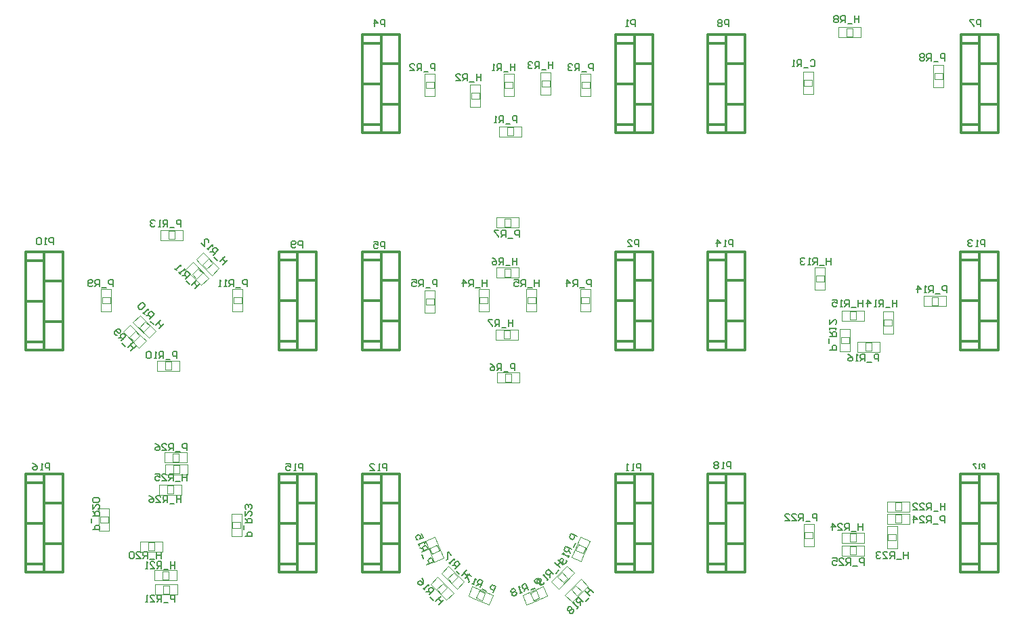
<source format=gbo>
G04*
G04 #@! TF.GenerationSoftware,Altium Limited,Altium Designer,20.0.1 (14)*
G04*
G04 Layer_Color=32896*
%FSTAX24Y24*%
%MOIN*%
G70*
G01*
G75*
%ADD10C,0.0039*%
%ADD12C,0.0079*%
%ADD16C,0.0118*%
D10*
X038624Y018399D02*
X038739Y018677D01*
X038624Y018399D02*
X038994Y018246D01*
X039108Y018523D01*
X038739Y018677D02*
X039108Y018523D01*
X038425Y018049D02*
X038846Y019065D01*
X038425Y018049D02*
X038887Y017858D01*
X038963Y018042D01*
X039308Y018874D01*
X038846Y019065D02*
X039308Y018874D01*
X038695Y016167D02*
X038907Y016379D01*
X038624Y016662D02*
X038907Y016379D01*
X038412Y01645D02*
X038624Y016662D01*
X038412Y01645D02*
X038695Y016167D01*
X038447Y015848D02*
X039225Y016626D01*
X038872Y01698D02*
X039225Y016626D01*
X03873Y016838D02*
X038872Y01698D01*
X038094Y016202D02*
X03873Y016838D01*
X038094Y016202D02*
X038447Y015848D01*
X038016Y016816D02*
X038228Y017028D01*
X037945Y017311D02*
X038228Y017028D01*
X037733Y017099D02*
X037945Y017311D01*
X037733Y017099D02*
X038016Y016816D01*
X037768Y016498D02*
X038546Y017276D01*
X038192Y017629D02*
X038546Y017276D01*
X038051Y017488D02*
X038192Y017629D01*
X037415Y016852D02*
X038051Y017488D01*
X037415Y016852D02*
X037768Y016498D01*
X036397Y016295D02*
X036674Y01641D01*
X036397Y016295D02*
X03655Y015926D01*
X036827Y016041D01*
X036674Y01641D02*
X036827Y016041D01*
X036008Y016189D02*
X037025Y01661D01*
X036008Y016189D02*
X0362Y015727D01*
X036385Y015803D01*
X037216Y016148D01*
X037025Y01661D02*
X037216Y016148D01*
X033883Y01641D02*
X03416Y016295D01*
X03373Y016041D02*
X033883Y01641D01*
X03373Y016041D02*
X034007Y015926D01*
X03416Y016295D01*
X033532Y01661D02*
X034549Y016189D01*
X033341Y016148D02*
X033532Y01661D01*
X033341Y016148D02*
X033526Y016071D01*
X034357Y015727D01*
X034549Y016189D01*
X032319Y017019D02*
X032532Y016806D01*
X032814Y017089D01*
X032602Y017301D02*
X032814Y017089D01*
X032319Y017019D02*
X032602Y017301D01*
X032001Y017266D02*
X032779Y016488D01*
X033133Y016842D01*
X032991Y016983D02*
X033133Y016842D01*
X032355Y01762D02*
X032991Y016983D01*
X032001Y017266D02*
X032355Y01762D01*
X031799Y018657D02*
X031913Y01838D01*
X031429Y018504D02*
X031799Y018657D01*
X031429Y018504D02*
X031544Y018227D01*
X031913Y01838D01*
X031692Y019046D02*
X032113Y018029D01*
X03123Y018854D02*
X031692Y019046D01*
X03123Y018854D02*
X031306Y018669D01*
X031651Y017838D01*
X032113Y018029D01*
X039312Y041146D02*
Y041446D01*
X038912D02*
X039312D01*
X038912Y041146D02*
Y041446D01*
Y041146D02*
X039312D01*
X039362Y040746D02*
Y041846D01*
X038862D02*
X039362D01*
X038862Y041646D02*
Y041846D01*
Y040746D02*
Y041646D01*
Y040746D02*
X039362D01*
X035261Y039213D02*
X035561D01*
X035261Y038813D02*
Y039213D01*
Y038813D02*
X035561D01*
Y039213D01*
X034861Y039263D02*
X035961D01*
X034861Y038763D02*
Y039263D01*
Y038763D02*
X035061D01*
X035961D01*
Y039263D01*
X031235Y041146D02*
Y041446D01*
Y041146D02*
X031635D01*
Y041446D01*
X031235D02*
X031635D01*
X031185Y040746D02*
Y041846D01*
Y040746D02*
X031685D01*
Y040946D01*
Y041846D01*
X031185D02*
X031685D01*
X033879Y040634D02*
Y040934D01*
X033479D02*
X033879D01*
X033479Y040634D02*
Y040934D01*
Y040634D02*
X033879D01*
X033929Y040234D02*
Y041334D01*
X033429D02*
X033929D01*
X033429Y041134D02*
Y041334D01*
Y040234D02*
Y041134D01*
Y040234D02*
X033929D01*
X037344Y041225D02*
Y041525D01*
X036944D02*
X037344D01*
X036944Y041225D02*
Y041525D01*
Y041225D02*
X037344D01*
X037394Y040825D02*
Y041925D01*
X036894D02*
X037394D01*
X036894Y041725D02*
Y041925D01*
Y040825D02*
Y041725D01*
Y040825D02*
X037394D01*
X035533Y041146D02*
Y041446D01*
X035133D02*
X035533D01*
X035133Y041146D02*
Y041446D01*
Y041146D02*
X035533D01*
X035583Y040746D02*
Y041846D01*
X035083D02*
X035583D01*
X035083Y041646D02*
Y041846D01*
Y040746D02*
Y041646D01*
Y040746D02*
X035583D01*
X035155Y026696D02*
X035455D01*
Y027096D01*
X035155D02*
X035455D01*
X035155Y026696D02*
Y027096D01*
X034755Y026646D02*
X035855D01*
Y027146D01*
X035655D02*
X035855D01*
X034755D02*
X035655D01*
X034755Y026646D02*
Y027146D01*
X035096Y029222D02*
X035396D01*
X035096Y028822D02*
Y029222D01*
Y028822D02*
X035396D01*
Y029222D01*
X034696Y029272D02*
X035796D01*
X034696Y028772D02*
Y029272D01*
Y028772D02*
X034896D01*
X035796D01*
Y029272D01*
X038894Y030565D02*
Y030865D01*
Y030565D02*
X039294D01*
Y030865D01*
X038894D02*
X039294D01*
X038844Y030165D02*
Y031265D01*
Y030165D02*
X039344D01*
Y030365D01*
Y031265D01*
X038844D02*
X039344D01*
X036247Y030565D02*
Y030865D01*
Y030565D02*
X036647D01*
Y030865D01*
X036247D02*
X036647D01*
X036197Y030165D02*
Y031265D01*
Y030165D02*
X036697D01*
Y030365D01*
Y031265D01*
X036197D02*
X036697D01*
X035126Y032264D02*
X035426D01*
X035126Y031864D02*
Y032264D01*
Y031864D02*
X035426D01*
Y032264D01*
X034726Y032314D02*
X035826D01*
X034726Y031814D02*
Y032314D01*
Y031814D02*
X034926D01*
X035826D01*
Y032314D01*
X033894Y030565D02*
Y030865D01*
Y030565D02*
X034294D01*
Y030865D01*
X033894D02*
X034294D01*
X033844Y030165D02*
Y031265D01*
Y030165D02*
X034344D01*
Y030365D01*
Y031265D01*
X033844D02*
X034344D01*
X031647Y030496D02*
Y030796D01*
X031247D02*
X031647D01*
X031247Y030496D02*
Y030796D01*
Y030496D02*
X031647D01*
X031697Y030096D02*
Y031196D01*
X031197D02*
X031697D01*
X031197Y030996D02*
Y031196D01*
Y030096D02*
Y030996D01*
Y030096D02*
X031697D01*
X035126Y034334D02*
X035426D01*
Y034734D01*
X035126D02*
X035426D01*
X035126Y034334D02*
Y034734D01*
X034726Y034284D02*
X035826D01*
Y034784D01*
X035626D02*
X035826D01*
X034726D02*
X035626D01*
X034726Y034284D02*
Y034784D01*
X018568Y033716D02*
X018868D01*
Y034116D01*
X018568D02*
X018868D01*
X018568Y033716D02*
Y034116D01*
X018168Y033666D02*
X019268D01*
Y034166D01*
X019068D02*
X019268D01*
X018168D02*
X019068D01*
X018168Y033666D02*
Y034166D01*
X020535Y032746D02*
X020748Y032534D01*
X020253Y032463D02*
X020535Y032746D01*
X020253Y032463D02*
X020465Y032251D01*
X020748Y032534D01*
X020288Y033064D02*
X021066Y032287D01*
X019934Y032711D02*
X020288Y033064D01*
X019934Y032711D02*
X020076Y03257D01*
X020712Y031933D01*
X021066Y032287D01*
X020024Y032264D02*
X020236Y032052D01*
X019741Y031981D02*
X020024Y032264D01*
X019741Y031981D02*
X019953Y031769D01*
X020236Y032052D01*
X019776Y032582D02*
X020554Y031804D01*
X019423Y032229D02*
X019776Y032582D01*
X019423Y032229D02*
X019564Y032087D01*
X0202Y031451D01*
X020554Y031804D01*
X01666Y0289D02*
X016872Y028688D01*
X017155Y028971D01*
X016943Y029183D02*
X017155Y028971D01*
X01666Y0289D02*
X016943Y029183D01*
X016342Y029148D02*
X01712Y02837D01*
X017473Y028724D01*
X017332Y028865D02*
X017473Y028724D01*
X016695Y029502D02*
X017332Y028865D01*
X016342Y029148D02*
X016695Y029502D01*
X017142Y029373D02*
X017354Y029161D01*
X017637Y029444D01*
X017425Y029656D02*
X017637Y029444D01*
X017142Y029373D02*
X017425Y029656D01*
X016824Y02962D02*
X017602Y028843D01*
X017955Y029196D01*
X017814Y029338D02*
X017955Y029196D01*
X017178Y029974D02*
X017814Y029338D01*
X016824Y02962D02*
X017178Y029974D01*
X018431Y027679D02*
X018731D01*
X018431Y027279D02*
Y027679D01*
Y027279D02*
X018731D01*
Y027679D01*
X018031Y027729D02*
X019131D01*
X018031Y027229D02*
Y027729D01*
Y027229D02*
X018231D01*
X019131D01*
Y027729D01*
X053991Y018902D02*
Y019202D01*
Y018902D02*
X054391D01*
Y019202D01*
X053991D02*
X054391D01*
X053941Y018502D02*
Y019602D01*
Y018502D02*
X054441D01*
Y018702D01*
Y019602D01*
X053941D02*
X054441D01*
X054356Y019757D02*
X054656D01*
Y020157D01*
X054356D02*
X054656D01*
X054356Y019757D02*
Y020157D01*
X053956Y019707D02*
X055056D01*
Y020207D01*
X054856D02*
X055056D01*
X053956D02*
X054856D01*
X053956Y019707D02*
Y020207D01*
X054356Y020748D02*
X054656D01*
X054356Y020348D02*
Y020748D01*
Y020348D02*
X054656D01*
Y020748D01*
X053956Y020798D02*
X055056D01*
X053956Y020298D02*
Y020798D01*
Y020298D02*
X054156D01*
X055056D01*
Y020798D01*
X052112Y018583D02*
X052412D01*
X052112Y018183D02*
Y018583D01*
Y018183D02*
X052412D01*
Y018583D01*
X051712Y018633D02*
X052812D01*
X051712Y018133D02*
Y018633D01*
Y018133D02*
X051912D01*
X052812D01*
Y018633D01*
X052112Y018813D02*
X052412D01*
Y019213D01*
X052112D02*
X052412D01*
X052112Y018813D02*
Y019213D01*
X051712Y018763D02*
X052812D01*
Y019263D01*
X052612D02*
X052812D01*
X051712D02*
X052612D01*
X051712Y018763D02*
Y019263D01*
X049896Y018981D02*
Y019281D01*
Y018981D02*
X050296D01*
Y019281D01*
X049896D02*
X050296D01*
X049846Y018581D02*
Y019681D01*
Y018581D02*
X050346D01*
Y018781D01*
Y019681D01*
X049846D02*
X050346D01*
X056167Y030466D02*
X056467D01*
Y030866D01*
X056167D02*
X056467D01*
X056167Y030466D02*
Y030866D01*
X055767Y030416D02*
X056867D01*
Y030916D01*
X056667D02*
X056867D01*
X055767D02*
X056667D01*
X055767Y030416D02*
Y030916D01*
X053794Y029453D02*
Y029753D01*
Y029453D02*
X054194D01*
Y029753D01*
X053794D02*
X054194D01*
X053744Y029053D02*
Y030153D01*
Y029053D02*
X054244D01*
Y029253D01*
Y030153D01*
X053744D02*
X054244D01*
X052899Y028622D02*
X053199D01*
X052899Y028222D02*
Y028622D01*
Y028222D02*
X053199D01*
Y028622D01*
X052499Y028672D02*
X053599D01*
X052499Y028172D02*
Y028672D01*
Y028172D02*
X052699D01*
X053599D01*
Y028672D01*
X051668Y028587D02*
Y028887D01*
Y028587D02*
X052068D01*
Y028887D01*
X051668D02*
X052068D01*
X051618Y028187D02*
Y029287D01*
Y028187D02*
X052118D01*
Y028387D01*
Y029287D01*
X051618D02*
X052118D01*
X052112Y030157D02*
X052412D01*
X052112Y029757D02*
Y030157D01*
Y029757D02*
X052412D01*
Y030157D01*
X051712Y030207D02*
X052812D01*
X051712Y029707D02*
Y030207D01*
Y029707D02*
X051912D01*
X052812D01*
Y030207D01*
X050448Y031619D02*
Y031919D01*
Y031619D02*
X050848D01*
Y031919D01*
X050448D02*
X050848D01*
X050398Y031219D02*
Y032319D01*
Y031219D02*
X050898D01*
Y031419D01*
Y032319D01*
X050398D02*
X050898D01*
X049857Y041264D02*
Y041564D01*
Y041264D02*
X050257D01*
Y041564D01*
X049857D02*
X050257D01*
X049807Y040864D02*
Y041964D01*
Y040864D02*
X050307D01*
Y041064D01*
Y041964D01*
X049807D02*
X050307D01*
X051954Y044094D02*
X052254D01*
X051954Y043694D02*
Y044094D01*
Y043694D02*
X052254D01*
Y044094D01*
X051554Y044144D02*
X052654D01*
X051554Y043644D02*
Y044144D01*
Y043644D02*
X051754D01*
X052654D01*
Y044144D01*
X021776Y030548D02*
Y030848D01*
Y030548D02*
X022176D01*
Y030848D01*
X021776D02*
X022176D01*
X021726Y030148D02*
Y031248D01*
Y030148D02*
X022226D01*
Y030348D01*
Y031248D01*
X021726D02*
X022226D01*
X056224Y042279D02*
X056724D01*
Y041379D02*
Y042279D01*
Y041179D02*
Y041379D01*
X056224Y041179D02*
X056724D01*
X056224D02*
Y042279D01*
X056274Y041879D02*
X056674D01*
Y041579D02*
Y041879D01*
X056274Y041579D02*
X056674D01*
X056274D02*
Y041879D01*
X03147Y016725D02*
X031823Y017078D01*
X03246Y016442D01*
X032601Y0163D01*
X032248Y015947D02*
X032601Y0163D01*
X03147Y016725D02*
X032248Y015947D01*
X031788Y016477D02*
X032071Y01676D01*
X032283Y016548D01*
X032Y016265D02*
X032283Y016548D01*
X031788Y016477D02*
X032Y016265D01*
X018397Y022719D02*
Y023219D01*
X019297D01*
X019497D01*
Y022719D02*
Y023219D01*
X018397Y022719D02*
X019497D01*
X018797Y022769D02*
Y023169D01*
X019097D01*
Y022769D02*
Y023169D01*
X018797Y022769D02*
X019097D01*
X019507Y022139D02*
Y022639D01*
X018607Y022139D02*
X019507D01*
X018407D02*
X018607D01*
X018407D02*
Y022639D01*
X019507D01*
X019107Y022189D02*
Y022589D01*
X018807Y022189D02*
X019107D01*
X018807D02*
Y022589D01*
X019107D01*
X019211Y021125D02*
X019211Y021625D01*
X018311Y021125D02*
X019211Y021125D01*
X018111Y021125D02*
X018311Y021125D01*
X018111Y021125D02*
Y021625D01*
X019211Y021625D01*
X018811Y021175D02*
Y021575D01*
X018511Y021175D02*
X018811D01*
X018511D02*
Y021575D01*
X018811D01*
X021669Y019083D02*
X022169D01*
X021669D02*
Y019983D01*
Y020183D01*
X022169D01*
Y019083D02*
Y020183D01*
X021719Y019483D02*
X022119D01*
X021719D02*
Y019783D01*
X022119D01*
Y019483D02*
Y019783D01*
X017186Y018339D02*
Y018839D01*
X018086Y018839D01*
X018286Y018839D01*
Y018339D02*
Y018839D01*
X017186Y018339D02*
X018286Y018339D01*
X017586Y018789D02*
X017586Y018389D01*
X017586Y018789D02*
X017886D01*
X017886Y018389D01*
X017586D02*
X017886D01*
X019015Y016223D02*
X019015Y016723D01*
X018115Y016223D02*
X019015D01*
X017915D02*
X018115D01*
X017915Y016723D02*
X017915Y016223D01*
X017915Y016723D02*
X019015D01*
X018615Y016273D02*
Y016673D01*
X018315Y016273D02*
X018615D01*
X018315D02*
Y016673D01*
X018615D01*
X015163Y020448D02*
X015663D01*
Y019548D02*
Y020448D01*
Y019348D02*
Y019548D01*
X015163Y019348D02*
X015663D01*
X015163D02*
Y020448D01*
X015213Y020048D02*
X015613D01*
Y019748D02*
Y020048D01*
X015213Y019748D02*
X015613D01*
X015213D02*
Y020048D01*
X017895Y017412D02*
X017895Y016912D01*
X017895Y017412D02*
X018795D01*
X018995Y017412D01*
Y016912D02*
Y017412D01*
X017895Y016912D02*
X018995Y016912D01*
X018295Y016962D02*
Y017362D01*
X018595D01*
Y016962D02*
Y017362D01*
X018295Y016962D02*
X018595D01*
X01526Y030148D02*
X01576D01*
X01526D02*
Y031048D01*
Y031248D01*
X01576D01*
Y030148D02*
Y031248D01*
X01531Y030548D02*
X01571D01*
X01531D02*
Y030848D01*
X01571D01*
Y030548D02*
Y030848D01*
D12*
X052815Y017674D02*
Y018009D01*
X052648D01*
X052592Y017953D01*
Y017841D01*
X052648Y017786D01*
X052815D01*
X05248Y017618D02*
X052257D01*
X052146Y017674D02*
Y018009D01*
X051979D01*
X051923Y017953D01*
Y017841D01*
X051979Y017786D01*
X052146D01*
X052034D02*
X051923Y017674D01*
X051588D02*
X051811D01*
X051588Y017897D01*
Y017953D01*
X051644Y018009D01*
X051756D01*
X051811Y017953D01*
X051254Y018009D02*
X051477D01*
Y017841D01*
X051365Y017897D01*
X05131D01*
X051254Y017841D01*
Y01773D01*
X05131Y017674D01*
X051421D01*
X051477Y01773D01*
X056772Y019751D02*
Y020085D01*
X056604D01*
X056549Y02003D01*
Y019918D01*
X056604Y019862D01*
X056772D01*
X056437Y019695D02*
X056214D01*
X056103Y019751D02*
Y020085D01*
X055935D01*
X05588Y02003D01*
Y019918D01*
X055935Y019862D01*
X056103D01*
X055991D02*
X05588Y019751D01*
X055545D02*
X055768D01*
X055545Y019974D01*
Y02003D01*
X055601Y020085D01*
X055712D01*
X055768Y02003D01*
X055266Y019751D02*
Y020085D01*
X055434Y019918D01*
X05521D01*
X050492Y019869D02*
Y020203D01*
X050325D01*
X050269Y020148D01*
Y020036D01*
X050325Y01998D01*
X050492D01*
X050158Y019813D02*
X049935D01*
X049823Y019869D02*
Y020203D01*
X049656D01*
X0496Y020148D01*
Y020036D01*
X049656Y01998D01*
X049823D01*
X049712D02*
X0496Y019869D01*
X049265D02*
X049489D01*
X049265Y020092D01*
Y020148D01*
X049321Y020203D01*
X049433D01*
X049489Y020148D01*
X048931Y019869D02*
X049154D01*
X048931Y020092D01*
Y020148D01*
X048987Y020203D01*
X049098D01*
X049154Y020148D01*
X053524Y027713D02*
Y028048D01*
X053356D01*
X053301Y027992D01*
Y027881D01*
X053356Y027825D01*
X053524D01*
X053189Y027658D02*
X052966D01*
X052855Y027713D02*
Y028048D01*
X052687D01*
X052632Y027992D01*
Y027881D01*
X052687Y027825D01*
X052855D01*
X052743D02*
X052632Y027713D01*
X05252D02*
X052408D01*
X052464D01*
Y028048D01*
X05252Y027992D01*
X052018Y028048D02*
X05213Y027992D01*
X052241Y027881D01*
Y027769D01*
X052185Y027713D01*
X052074D01*
X052018Y027769D01*
Y027825D01*
X052074Y027881D01*
X052241D01*
X05689Y031089D02*
Y031424D01*
X056722D01*
X056667Y031368D01*
Y031257D01*
X056722Y031201D01*
X05689D01*
X056555Y031034D02*
X056332D01*
X056221Y031089D02*
Y031424D01*
X056053D01*
X055998Y031368D01*
Y031257D01*
X056053Y031201D01*
X056221D01*
X056109D02*
X055998Y031089D01*
X055886D02*
X055775D01*
X05583D01*
Y031424D01*
X055886Y031368D01*
X05544Y031089D02*
Y031424D01*
X055607Y031257D01*
X055384D01*
X051132Y028255D02*
X051466D01*
Y028422D01*
X051411Y028478D01*
X051299D01*
X051243Y028422D01*
Y028255D01*
X051076Y028589D02*
Y028812D01*
X051132Y028924D02*
X051466D01*
Y029091D01*
X051411Y029147D01*
X051299D01*
X051243Y029091D01*
Y028924D01*
Y029035D02*
X051132Y029147D01*
Y029258D02*
Y02937D01*
Y029314D01*
X051466D01*
X051411Y029258D01*
X051132Y02976D02*
Y029537D01*
X051355Y02976D01*
X051411D01*
X051466Y029704D01*
Y029593D01*
X051411Y029537D01*
X056791Y042507D02*
Y042841D01*
X056624D01*
X056568Y042785D01*
Y042674D01*
X056624Y042618D01*
X056791D01*
X056457Y042451D02*
X056234D01*
X056122Y042507D02*
Y042841D01*
X055955D01*
X055899Y042785D01*
Y042674D01*
X055955Y042618D01*
X056122D01*
X056011D02*
X055899Y042507D01*
X055788Y042785D02*
X055732Y042841D01*
X05562D01*
X055565Y042785D01*
Y04273D01*
X05562Y042674D01*
X055565Y042618D01*
Y042562D01*
X05562Y042507D01*
X055732D01*
X055788Y042562D01*
Y042618D01*
X055732Y042674D01*
X055788Y04273D01*
Y042785D01*
X055732Y042674D02*
X05562D01*
X039469Y042015D02*
Y042349D01*
X039301D01*
X039245Y042293D01*
Y042182D01*
X039301Y042126D01*
X039469D01*
X039134Y041959D02*
X038911D01*
X038799Y042015D02*
Y042349D01*
X038632D01*
X038576Y042293D01*
Y042182D01*
X038632Y042126D01*
X038799D01*
X038688D02*
X038576Y042015D01*
X038465Y042293D02*
X038409Y042349D01*
X038298D01*
X038242Y042293D01*
Y042238D01*
X038298Y042182D01*
X038353D01*
X038298D01*
X038242Y042126D01*
Y04207D01*
X038298Y042015D01*
X038409D01*
X038465Y04207D01*
X031693Y042015D02*
Y042349D01*
X031526D01*
X03147Y042293D01*
Y042182D01*
X031526Y042126D01*
X031693D01*
X031358Y041959D02*
X031135D01*
X031024Y042015D02*
Y042349D01*
X030857D01*
X030801Y042293D01*
Y042182D01*
X030857Y042126D01*
X031024D01*
X030912D02*
X030801Y042015D01*
X030466D02*
X030689D01*
X030466Y042238D01*
Y042293D01*
X030522Y042349D01*
X030634D01*
X030689Y042293D01*
X035728Y039456D02*
Y03979D01*
X035561D01*
X035505Y039734D01*
Y039623D01*
X035561Y039567D01*
X035728D01*
X035394Y0394D02*
X035171D01*
X035059Y039456D02*
Y03979D01*
X034892D01*
X034836Y039734D01*
Y039623D01*
X034892Y039567D01*
X035059D01*
X034948D02*
X034836Y039456D01*
X034725D02*
X034613D01*
X034669D01*
Y03979D01*
X034725Y039734D01*
X04626Y022428D02*
Y022762D01*
X046093D01*
X046037Y022707D01*
Y022595D01*
X046093Y022539D01*
X04626D01*
X045925Y022428D02*
X045814D01*
X04587D01*
Y022762D01*
X045925Y022707D01*
X045647D02*
X045591Y022762D01*
X045479D01*
X045423Y022707D01*
Y022651D01*
X045479Y022595D01*
X045423Y022539D01*
Y022484D01*
X045479Y022428D01*
X045591D01*
X045647Y022484D01*
Y022539D01*
X045591Y022595D01*
X045647Y022651D01*
Y022707D01*
X045591Y022595D02*
X045479D01*
X05876Y022428D02*
Y022664D01*
X058642D01*
X058602Y022625D01*
Y022546D01*
X058642Y022507D01*
X05876D01*
X058524Y022428D02*
X058445D01*
X058484D01*
Y022664D01*
X058524Y022625D01*
X058327Y022664D02*
X058169D01*
Y022625D01*
X058327Y022467D01*
Y022428D01*
X046358Y033353D02*
Y033688D01*
X046191D01*
X046135Y033632D01*
Y03352D01*
X046191Y033465D01*
X046358D01*
X046024Y033353D02*
X045912D01*
X045968D01*
Y033688D01*
X046024Y033632D01*
X045578Y033353D02*
Y033688D01*
X045745Y03352D01*
X045522D01*
X05876Y033353D02*
Y033688D01*
X058593D01*
X058537Y033632D01*
Y03352D01*
X058593Y033465D01*
X05876D01*
X058425Y033353D02*
X058314D01*
X05837D01*
Y033688D01*
X058425Y033632D01*
X058147D02*
X058091Y033688D01*
X057979D01*
X057923Y033632D01*
Y033576D01*
X057979Y03352D01*
X058035D01*
X057979D01*
X057923Y033465D01*
Y033409D01*
X057979Y033353D01*
X058091D01*
X058147Y033409D01*
X046161Y04418D02*
Y044514D01*
X045994D01*
X045938Y044459D01*
Y044347D01*
X045994Y044291D01*
X046161D01*
X045827Y044459D02*
X045771Y044514D01*
X04566D01*
X045604Y044459D01*
Y044403D01*
X04566Y044347D01*
X045604Y044291D01*
Y044236D01*
X04566Y04418D01*
X045771D01*
X045827Y044236D01*
Y044291D01*
X045771Y044347D01*
X045827Y044403D01*
Y044459D01*
X045771Y044347D02*
X04566D01*
X058563Y04418D02*
Y044514D01*
X058396D01*
X05834Y044459D01*
Y044347D01*
X058396Y044291D01*
X058563D01*
X058228Y044514D02*
X058005D01*
Y044459D01*
X058228Y044236D01*
Y04418D01*
X029232D02*
Y044514D01*
X029065D01*
X029009Y044459D01*
Y044347D01*
X029065Y044291D01*
X029232D01*
X02873Y04418D02*
Y044514D01*
X028898Y044347D01*
X028675D01*
X041535Y04418D02*
Y044514D01*
X041368D01*
X041312Y044459D01*
Y044347D01*
X041368Y044291D01*
X041535D01*
X041201Y04418D02*
X041089D01*
X041145D01*
Y044514D01*
X041201Y044459D01*
X052756Y019711D02*
Y019377D01*
Y019544D01*
X052533D01*
Y019711D01*
Y019377D01*
X052421Y019321D02*
X052198D01*
X052087Y019377D02*
Y019711D01*
X05192D01*
X051864Y019656D01*
Y019544D01*
X05192Y019488D01*
X052087D01*
X051975D02*
X051864Y019377D01*
X051529D02*
X051752D01*
X051529Y0196D01*
Y019656D01*
X051585Y019711D01*
X051697D01*
X051752Y019656D01*
X05125Y019377D02*
Y019711D01*
X051418Y019544D01*
X051195D01*
X05497Y018333D02*
Y017999D01*
Y018166D01*
X054747D01*
Y018333D01*
Y017999D01*
X054636Y017943D02*
X054413D01*
X054301Y017999D02*
Y018333D01*
X054134D01*
X054078Y018278D01*
Y018166D01*
X054134Y01811D01*
X054301D01*
X05419D02*
X054078Y017999D01*
X053744D02*
X053967D01*
X053744Y018222D01*
Y018278D01*
X0538Y018333D01*
X053911D01*
X053967Y018278D01*
X053632D02*
X053577Y018333D01*
X053465D01*
X053409Y018278D01*
Y018222D01*
X053465Y018166D01*
X053521D01*
X053465D01*
X053409Y01811D01*
Y018055D01*
X053465Y017999D01*
X053577D01*
X053632Y018055D01*
X056791Y020715D02*
Y020381D01*
Y020548D01*
X056568D01*
Y020715D01*
Y020381D01*
X056457Y020325D02*
X056234D01*
X056122Y020381D02*
Y020715D01*
X055955D01*
X055899Y020659D01*
Y020548D01*
X055955Y020492D01*
X056122D01*
X056011D02*
X055899Y020381D01*
X055565D02*
X055788D01*
X055565Y020604D01*
Y020659D01*
X05562Y020715D01*
X055732D01*
X055788Y020659D01*
X05523Y020381D02*
X055453D01*
X05523Y020604D01*
Y020659D01*
X055286Y020715D01*
X055397D01*
X055453Y020659D01*
X052756Y030735D02*
Y0304D01*
Y030568D01*
X052533D01*
Y030735D01*
Y0304D01*
X052421Y030345D02*
X052198D01*
X052087Y0304D02*
Y030735D01*
X05192D01*
X051864Y030679D01*
Y030568D01*
X05192Y030512D01*
X052087D01*
X051975D02*
X051864Y0304D01*
X051752D02*
X051641D01*
X051697D01*
Y030735D01*
X051752Y030679D01*
X05125Y030735D02*
X051474D01*
Y030568D01*
X051362Y030623D01*
X051306D01*
X05125Y030568D01*
Y030456D01*
X051306Y0304D01*
X051418D01*
X051474Y030456D01*
X054429Y030735D02*
Y0304D01*
Y030568D01*
X054206D01*
Y030735D01*
Y0304D01*
X054095Y030345D02*
X053872D01*
X05376Y0304D02*
Y030735D01*
X053593D01*
X053537Y030679D01*
Y030568D01*
X053593Y030512D01*
X05376D01*
X053649D02*
X053537Y0304D01*
X053426D02*
X053314D01*
X05337D01*
Y030735D01*
X053426Y030679D01*
X052979Y0304D02*
Y030735D01*
X053147Y030568D01*
X052924D01*
X051181Y032802D02*
Y032467D01*
Y032635D01*
X050958D01*
Y032802D01*
Y032467D01*
X050847Y032412D02*
X050624D01*
X050512Y032467D02*
Y032802D01*
X050345D01*
X050289Y032746D01*
Y032635D01*
X050345Y032579D01*
X050512D01*
X050401D02*
X050289Y032467D01*
X050177D02*
X050066D01*
X050122D01*
Y032802D01*
X050177Y032746D01*
X049899D02*
X049843Y032802D01*
X049731D01*
X049676Y032746D01*
Y03269D01*
X049731Y032635D01*
X049787D01*
X049731D01*
X049676Y032579D01*
Y032523D01*
X049731Y032467D01*
X049843D01*
X049899Y032523D01*
X052559Y044711D02*
Y044377D01*
Y044544D01*
X052336D01*
Y044711D01*
Y044377D01*
X052225Y044321D02*
X052001D01*
X05189Y044377D02*
Y044711D01*
X051723D01*
X051667Y044656D01*
Y044544D01*
X051723Y044488D01*
X05189D01*
X051778D02*
X051667Y044377D01*
X051555Y044656D02*
X0515Y044711D01*
X051388D01*
X051332Y044656D01*
Y0446D01*
X051388Y044544D01*
X051332Y044488D01*
Y044433D01*
X051388Y044377D01*
X0515D01*
X051555Y044433D01*
Y044488D01*
X0515Y044544D01*
X051555Y0446D01*
Y044656D01*
X0515Y044544D02*
X051388D01*
X0375Y042448D02*
Y042113D01*
Y04228D01*
X037277D01*
Y042448D01*
Y042113D01*
X037165Y042057D02*
X036942D01*
X036831Y042113D02*
Y042448D01*
X036664D01*
X036608Y042392D01*
Y04228D01*
X036664Y042224D01*
X036831D01*
X036719D02*
X036608Y042113D01*
X036496Y042392D02*
X036441Y042448D01*
X036329D01*
X036273Y042392D01*
Y042336D01*
X036329Y04228D01*
X036385D01*
X036329D01*
X036273Y042224D01*
Y042169D01*
X036329Y042113D01*
X036441D01*
X036496Y042169D01*
X033957Y041857D02*
Y041522D01*
Y04169D01*
X033734D01*
Y041857D01*
Y041522D01*
X033622Y041467D02*
X033399D01*
X033288Y041522D02*
Y041857D01*
X03312D01*
X033065Y041801D01*
Y04169D01*
X03312Y041634D01*
X033288D01*
X033176D02*
X033065Y041522D01*
X03273D02*
X032953D01*
X03273Y041745D01*
Y041801D01*
X032786Y041857D01*
X032897D01*
X032953Y041801D01*
X03563Y042349D02*
Y042015D01*
Y042182D01*
X035407D01*
Y042349D01*
Y042015D01*
X035295Y041959D02*
X035072D01*
X034961Y042015D02*
Y042349D01*
X034794D01*
X034738Y042293D01*
Y042182D01*
X034794Y042126D01*
X034961D01*
X034849D02*
X034738Y042015D01*
X034626D02*
X034515D01*
X034571D01*
Y042349D01*
X034626Y042293D01*
X050171Y04249D02*
X050226Y042546D01*
X050338D01*
X050394Y04249D01*
Y042267D01*
X050338Y042211D01*
X050226D01*
X050171Y042267D01*
X050059Y042156D02*
X049836D01*
X049725Y042211D02*
Y042546D01*
X049557D01*
X049502Y04249D01*
Y042379D01*
X049557Y042323D01*
X049725D01*
X049613D02*
X049502Y042211D01*
X04939D02*
X049279D01*
X049334D01*
Y042546D01*
X04939Y04249D01*
X038681Y019081D02*
X038372Y01921D01*
X038308Y019055D01*
X038338Y018982D01*
X038441Y018939D01*
X038514Y01897D01*
X038578Y019124D01*
X038605Y018751D02*
X038519Y018545D01*
X038425Y018463D02*
X038116Y018591D01*
X038052Y018437D01*
X038082Y018364D01*
X038185Y018321D01*
X038258Y018351D01*
X038322Y018506D01*
X038279Y018403D02*
X03834Y018257D01*
X038297Y018154D02*
X038254Y018051D01*
X038276Y018103D01*
X037967Y018231D01*
X038039Y018261D01*
X038139Y017918D02*
X038169Y017845D01*
X038126Y017742D01*
X038053Y017712D01*
X037847Y017797D01*
X037817Y01787D01*
X03786Y017973D01*
X037933Y018003D01*
X037984Y017982D01*
X038014Y017909D01*
X03795Y017755D01*
X036909Y016719D02*
X036781Y017028D01*
X036627Y016964D01*
X036597Y016891D01*
X036639Y016788D01*
X036712Y016758D01*
X036867Y016822D01*
X036622Y01654D02*
X036416Y016454D01*
X036291Y016463D02*
X036163Y016772D01*
X036009Y016708D01*
X035979Y016635D01*
X036021Y016532D01*
X036094Y016502D01*
X036249Y016566D01*
X036146Y016524D02*
X036085Y016378D01*
X035982Y016335D02*
X035879Y016293D01*
X035931Y016314D01*
X035803Y016623D01*
X035876Y016593D01*
X035618Y016486D02*
X035545Y016516D01*
X035442Y016474D01*
X035412Y016401D01*
X035433Y016349D01*
X035506Y016319D01*
X035476Y016246D01*
X035497Y016195D01*
X03557Y016165D01*
X035673Y016207D01*
X035703Y01628D01*
X035682Y016332D01*
X035609Y016362D01*
X035639Y016435D01*
X035618Y016486D01*
X035609Y016362D02*
X035506Y016319D01*
X034547Y016326D02*
X034675Y016635D01*
X034521Y016699D01*
X034448Y016668D01*
X034405Y016565D01*
X034435Y016493D01*
X03459Y016429D01*
X034217Y016402D02*
X034011Y016487D01*
X033929Y016582D02*
X034057Y016891D01*
X033903Y016955D01*
X03383Y016925D01*
X033787Y016822D01*
X033817Y016749D01*
X033972Y016685D01*
X033869Y016727D02*
X033723Y016667D01*
X03362Y01671D02*
X033517Y016752D01*
X033569Y016731D01*
X033697Y01704D01*
X033727Y016967D01*
X03349Y017125D02*
X033284Y017211D01*
X033263Y017159D01*
X033384Y016868D01*
X033362Y016816D01*
X031299Y017704D02*
X031608Y017832D01*
X031544Y017986D01*
X031471Y018016D01*
X031368Y017974D01*
X031338Y017901D01*
X031402Y017746D01*
X03112Y017991D02*
X031034Y018197D01*
X031043Y018322D02*
X031352Y01845D01*
X031288Y018604D01*
X031215Y018634D01*
X031112Y018592D01*
X031082Y018519D01*
X031146Y018364D01*
X031104Y018467D02*
X030958Y018528D01*
X030915Y018631D02*
X030872Y018734D01*
X030894Y018682D01*
X031203Y01881D01*
X031173Y018737D01*
X031032Y019222D02*
X031118Y019016D01*
X030963Y018952D01*
X030972Y019077D01*
X030951Y019128D01*
X030878Y019158D01*
X030775Y019116D01*
X030744Y019043D01*
X030787Y01894D01*
X03086Y01891D01*
X035837Y033816D02*
Y03415D01*
X035669D01*
X035614Y034095D01*
Y033983D01*
X035669Y033927D01*
X035837D01*
X035502Y03376D02*
X035279D01*
X035168Y033816D02*
Y03415D01*
X035D01*
X034945Y034095D01*
Y033983D01*
X035Y033927D01*
X035168D01*
X035056D02*
X034945Y033816D01*
X034833Y03415D02*
X03461D01*
Y034095D01*
X034833Y033872D01*
Y033816D01*
X03563Y027251D02*
Y027585D01*
X035463D01*
X035407Y02753D01*
Y027418D01*
X035463Y027362D01*
X03563D01*
X035295Y027195D02*
X035072D01*
X034961Y027251D02*
Y027585D01*
X034794D01*
X034738Y02753D01*
Y027418D01*
X034794Y027362D01*
X034961D01*
X034849D02*
X034738Y027251D01*
X034403Y027585D02*
X034515Y02753D01*
X034626Y027418D01*
Y027307D01*
X034571Y027251D01*
X034459D01*
X034403Y027307D01*
Y027362D01*
X034459Y027418D01*
X034626D01*
X031791Y031385D02*
Y031719D01*
X031624D01*
X031568Y031663D01*
Y031552D01*
X031624Y031496D01*
X031791D01*
X031457Y031329D02*
X031234D01*
X031122Y031385D02*
Y031719D01*
X030955D01*
X030899Y031663D01*
Y031552D01*
X030955Y031496D01*
X031122D01*
X031011D02*
X030899Y031385D01*
X030565Y031719D02*
X030788D01*
Y031552D01*
X030676Y031608D01*
X03062D01*
X030565Y031552D01*
Y03144D01*
X03062Y031385D01*
X030732D01*
X030788Y03144D01*
X03937Y031385D02*
Y031719D01*
X039203D01*
X039147Y031663D01*
Y031552D01*
X039203Y031496D01*
X03937D01*
X039036Y031329D02*
X038813D01*
X038701Y031385D02*
Y031719D01*
X038534D01*
X038478Y031663D01*
Y031552D01*
X038534Y031496D01*
X038701D01*
X038589D02*
X038478Y031385D01*
X038199D02*
Y031719D01*
X038366Y031552D01*
X038143D01*
X029331Y02233D02*
Y022664D01*
X029163D01*
X029108Y022608D01*
Y022497D01*
X029163Y022441D01*
X029331D01*
X028996Y02233D02*
X028885D01*
X02894D01*
Y022664D01*
X028996Y022608D01*
X028494Y02233D02*
X028717D01*
X028494Y022553D01*
Y022608D01*
X02855Y022664D01*
X028662D01*
X028717Y022608D01*
X041831Y02233D02*
Y022664D01*
X041663D01*
X041608Y022608D01*
Y022497D01*
X041663Y022441D01*
X041831D01*
X041496Y02233D02*
X041385D01*
X04144D01*
Y022664D01*
X041496Y022608D01*
X041217Y02233D02*
X041106D01*
X041162D01*
Y022664D01*
X041217Y022608D01*
X029232Y033255D02*
Y033589D01*
X029065D01*
X029009Y033534D01*
Y033422D01*
X029065Y033366D01*
X029232D01*
X028675Y033589D02*
X028898D01*
Y033422D01*
X028786Y033478D01*
X02873D01*
X028675Y033422D01*
Y03331D01*
X02873Y033255D01*
X028842D01*
X028898Y03331D01*
X041732Y033353D02*
Y033688D01*
X041565D01*
X041509Y033632D01*
Y03352D01*
X041565Y033465D01*
X041732D01*
X041175Y033353D02*
X041398D01*
X041175Y033576D01*
Y033632D01*
X04123Y033688D01*
X041342D01*
X041398Y033632D01*
X037756Y01794D02*
X037992Y017704D01*
X037874Y017822D01*
X037716Y017664D01*
X037598Y017782D01*
X037834Y017546D01*
X037795Y017428D02*
X037637Y01727D01*
X037519Y01723D02*
X037282Y017467D01*
X037164Y017349D01*
Y01727D01*
X037243Y017191D01*
X037322D01*
X03744Y017309D01*
X037361Y01723D02*
Y017073D01*
X037282Y016994D02*
X037204Y016915D01*
X037243Y016954D01*
X037006Y017191D01*
X037085D01*
X037046Y016836D02*
Y016757D01*
X036967Y016678D01*
X036888D01*
X03673Y016836D01*
Y016915D01*
X036809Y016994D01*
X036888D01*
X036928Y016954D01*
Y016876D01*
X036809Y016757D01*
X039232Y016562D02*
X039469Y016326D01*
X03935Y016444D01*
X039193Y016286D01*
X039074Y016404D01*
X039311Y016168D01*
X039271Y01605D02*
X039114Y015892D01*
X038995Y015852D02*
X038759Y016089D01*
X038641Y015971D01*
Y015892D01*
X038719Y015813D01*
X038798D01*
X038917Y015931D01*
X038838Y015852D02*
Y015695D01*
X038759Y015616D02*
X03868Y015537D01*
X038719Y015576D01*
X038483Y015813D01*
X038562D01*
X038365Y015616D02*
X038286D01*
X038207Y015537D01*
Y015458D01*
X038246Y015419D01*
X038325D01*
Y01534D01*
X038365Y015301D01*
X038443D01*
X038522Y015379D01*
Y015458D01*
X038483Y015498D01*
X038404D01*
Y015576D01*
X038365Y015616D01*
X038404Y015498D02*
X038325Y015419D01*
X033406Y017251D02*
X033169Y017015D01*
X033288Y017133D01*
X03313Y017291D01*
X033248Y017409D01*
X033012Y017172D01*
X032893Y017212D02*
X032736Y017369D01*
X032696Y017488D02*
X032933Y017724D01*
X032814Y017843D01*
X032736D01*
X032657Y017764D01*
Y017685D01*
X032775Y017567D01*
X032696Y017645D02*
X032538D01*
X03246Y017724D02*
X032381Y017803D01*
X03242Y017764D01*
X032657Y018D01*
Y017921D01*
X032499Y018158D02*
X032341Y018316D01*
X032302Y018276D01*
Y017961D01*
X032262Y017921D01*
X032126Y015972D02*
X03189Y015735D01*
X032008Y015853D01*
X03185Y016011D01*
X031969Y016129D01*
X031732Y015893D01*
X031614Y015932D02*
X031456Y01609D01*
X031417Y016208D02*
X031653Y016445D01*
X031535Y016563D01*
X031456D01*
X031377Y016484D01*
Y016405D01*
X031496Y016287D01*
X031417Y016366D02*
X031259D01*
X03118Y016445D02*
X031101Y016524D01*
X031141Y016484D01*
X031377Y016721D01*
Y016642D01*
X031062Y017036D02*
X031101Y016918D01*
Y01676D01*
X031022Y016681D01*
X030944D01*
X030865Y01676D01*
Y016839D01*
X030904Y016878D01*
X030983D01*
X031101Y01676D01*
X035531Y029751D02*
Y029416D01*
Y029583D01*
X035308D01*
Y029751D01*
Y029416D01*
X035197Y02936D02*
X034974D01*
X034862Y029416D02*
Y029751D01*
X034695D01*
X034639Y029695D01*
Y029583D01*
X034695Y029528D01*
X034862D01*
X034751D02*
X034639Y029416D01*
X034528Y029751D02*
X034305D01*
Y029695D01*
X034528Y029472D01*
Y029416D01*
X035728Y032802D02*
Y032467D01*
Y032635D01*
X035505D01*
Y032802D01*
Y032467D01*
X035394Y032412D02*
X035171D01*
X035059Y032467D02*
Y032802D01*
X034892D01*
X034836Y032746D01*
Y032635D01*
X034892Y032579D01*
X035059D01*
X034948D02*
X034836Y032467D01*
X034502Y032802D02*
X034613Y032746D01*
X034725Y032635D01*
Y032523D01*
X034669Y032467D01*
X034557D01*
X034502Y032523D01*
Y032579D01*
X034557Y032635D01*
X034725D01*
X036811Y031719D02*
Y031385D01*
Y031552D01*
X036588D01*
Y031719D01*
Y031385D01*
X036476Y031329D02*
X036253D01*
X036142Y031385D02*
Y031719D01*
X035975D01*
X035919Y031663D01*
Y031552D01*
X035975Y031496D01*
X036142D01*
X03603D02*
X035919Y031385D01*
X035584Y031719D02*
X035807D01*
Y031552D01*
X035696Y031608D01*
X03564D01*
X035584Y031552D01*
Y03144D01*
X03564Y031385D01*
X035752D01*
X035807Y03144D01*
X034252Y031719D02*
Y031385D01*
Y031552D01*
X034029D01*
Y031719D01*
Y031385D01*
X033917Y031329D02*
X033694D01*
X033583Y031385D02*
Y031719D01*
X033416D01*
X03336Y031663D01*
Y031552D01*
X033416Y031496D01*
X033583D01*
X033471D02*
X03336Y031385D01*
X033081D02*
Y031719D01*
X033248Y031552D01*
X033025D01*
X019488Y023314D02*
Y023648D01*
X019321D01*
X019265Y023593D01*
Y023481D01*
X019321Y023425D01*
X019488D01*
X019154Y023258D02*
X018931D01*
X018819Y023314D02*
Y023648D01*
X018652D01*
X018596Y023593D01*
Y023481D01*
X018652Y023425D01*
X018819D01*
X018708D02*
X018596Y023314D01*
X018262D02*
X018485D01*
X018262Y023537D01*
Y023593D01*
X018317Y023648D01*
X018429D01*
X018485Y023593D01*
X017927Y023648D02*
X018039Y023593D01*
X01815Y023481D01*
Y02337D01*
X018094Y023314D01*
X017983D01*
X017927Y02337D01*
Y023425D01*
X017983Y023481D01*
X01815D01*
X0189Y015871D02*
Y016205D01*
X018732D01*
X018677Y01615D01*
Y016038D01*
X018732Y015982D01*
X0189D01*
X018565Y015815D02*
X018342D01*
X018231Y015871D02*
Y016205D01*
X018063D01*
X018008Y01615D01*
Y016038D01*
X018063Y015982D01*
X018231D01*
X018119D02*
X018008Y015871D01*
X017673D02*
X017896D01*
X017673Y016094D01*
Y01615D01*
X017729Y016205D01*
X01784D01*
X017896Y01615D01*
X017561Y015871D02*
X01745D01*
X017506D01*
Y016205D01*
X017561Y01615D01*
X022343Y019081D02*
X022677D01*
Y019249D01*
X022621Y019305D01*
X02251D01*
X022454Y019249D01*
Y019081D01*
X022287Y019416D02*
Y019639D01*
X022343Y019751D02*
X022677D01*
Y019918D01*
X022621Y019974D01*
X02251D01*
X022454Y019918D01*
Y019751D01*
Y019862D02*
X022343Y019974D01*
Y020308D02*
Y020085D01*
X022566Y020308D01*
X022621D01*
X022677Y020252D01*
Y020141D01*
X022621Y020085D01*
Y02042D02*
X022677Y020475D01*
Y020587D01*
X022621Y020643D01*
X022566D01*
X02251Y020587D01*
Y020531D01*
Y020587D01*
X022454Y020643D01*
X022398D01*
X022343Y020587D01*
Y020475D01*
X022398Y02042D01*
X014843Y019416D02*
X015177D01*
Y019583D01*
X015121Y019639D01*
X01501D01*
X014954Y019583D01*
Y019416D01*
X014787Y019751D02*
Y019974D01*
X014843Y020085D02*
X015177D01*
Y020252D01*
X015121Y020308D01*
X01501D01*
X014954Y020252D01*
Y020085D01*
Y020197D02*
X014843Y020308D01*
Y020643D02*
Y02042D01*
X015066Y020643D01*
X015121D01*
X015177Y020587D01*
Y020476D01*
X015121Y02042D01*
Y020754D02*
X015177Y02081D01*
Y020922D01*
X015121Y020977D01*
X014898D01*
X014843Y020922D01*
Y02081D01*
X014898Y020754D01*
X015121D01*
X012726Y022359D02*
Y022694D01*
X012559D01*
X012503Y022638D01*
Y022526D01*
X012559Y022471D01*
X012726D01*
X012392Y022359D02*
X01228D01*
X012336D01*
Y022694D01*
X012392Y022638D01*
X01189Y022694D02*
X012002Y022638D01*
X012113Y022526D01*
Y022415D01*
X012057Y022359D01*
X011946D01*
X01189Y022415D01*
Y022471D01*
X011946Y022526D01*
X012113D01*
X025197Y02233D02*
Y022664D01*
X02503D01*
X024974Y022608D01*
Y022497D01*
X02503Y022441D01*
X025197D01*
X024862Y02233D02*
X024751D01*
X024807D01*
Y022664D01*
X024862Y022608D01*
X02436Y022664D02*
X024584D01*
Y022497D01*
X024472Y022553D01*
X024416D01*
X02436Y022497D01*
Y022385D01*
X024416Y02233D01*
X024528D01*
X024584Y022385D01*
X019193Y021089D02*
Y020755D01*
Y020922D01*
X01897D01*
Y021089D01*
Y020755D01*
X018858Y020699D02*
X018635D01*
X018524Y020755D02*
Y021089D01*
X018357D01*
X018301Y021034D01*
Y020922D01*
X018357Y020866D01*
X018524D01*
X018412D02*
X018301Y020755D01*
X017966D02*
X018189D01*
X017966Y020978D01*
Y021034D01*
X018022Y021089D01*
X018134D01*
X018189Y021034D01*
X017632Y021089D02*
X017743Y021034D01*
X017855Y020922D01*
Y02081D01*
X017799Y020755D01*
X017687D01*
X017632Y02081D01*
Y020866D01*
X017687Y020922D01*
X017855D01*
X019488Y022172D02*
Y021837D01*
Y022005D01*
X019265D01*
Y022172D01*
Y021837D01*
X019154Y021782D02*
X018931D01*
X018819Y021837D02*
Y022172D01*
X018652D01*
X018596Y022116D01*
Y022005D01*
X018652Y021949D01*
X018819D01*
X018708D02*
X018596Y021837D01*
X018262D02*
X018485D01*
X018262Y02206D01*
Y022116D01*
X018317Y022172D01*
X018429D01*
X018485Y022116D01*
X017927Y022172D02*
X01815D01*
Y022005D01*
X018039Y02206D01*
X017983D01*
X017927Y022005D01*
Y021893D01*
X017983Y021837D01*
X018094D01*
X01815Y021893D01*
X018898Y017841D02*
Y017507D01*
Y017674D01*
X018675D01*
Y017841D01*
Y017507D01*
X018563Y017451D02*
X01834D01*
X018229Y017507D02*
Y017841D01*
X018061D01*
X018006Y017785D01*
Y017674D01*
X018061Y017618D01*
X018229D01*
X018117D02*
X018006Y017507D01*
X017671D02*
X017894D01*
X017671Y01773D01*
Y017785D01*
X017727Y017841D01*
X017838D01*
X017894Y017785D01*
X017559Y017507D02*
X017448D01*
X017504D01*
Y017841D01*
X017559Y017785D01*
X018209Y018333D02*
Y017999D01*
Y018166D01*
X017986D01*
Y018333D01*
Y017999D01*
X017874Y017943D02*
X017651D01*
X01754Y017999D02*
Y018333D01*
X017372D01*
X017317Y018278D01*
Y018166D01*
X017372Y01811D01*
X01754D01*
X017428D02*
X017317Y017999D01*
X016982D02*
X017205D01*
X016982Y018222D01*
Y018278D01*
X017038Y018333D01*
X017149D01*
X017205Y018278D01*
X016871D02*
X016815Y018333D01*
X016703D01*
X016647Y018278D01*
Y018055D01*
X016703Y017999D01*
X016815D01*
X016871Y018055D01*
Y018278D01*
X012923Y033452D02*
Y033786D01*
X012756D01*
X0127Y03373D01*
Y033619D01*
X012756Y033563D01*
X012923D01*
X012589Y033452D02*
X012477D01*
X012533D01*
Y033786D01*
X012589Y03373D01*
X01231D02*
X012254Y033786D01*
X012143D01*
X012087Y03373D01*
Y033507D01*
X012143Y033452D01*
X012254D01*
X01231Y033507D01*
Y03373D01*
X025187Y033304D02*
Y033638D01*
X02502D01*
X024964Y033583D01*
Y033471D01*
X02502Y033415D01*
X025187D01*
X024852Y03336D02*
X024797Y033304D01*
X024685D01*
X024629Y03336D01*
Y033583D01*
X024685Y033638D01*
X024797D01*
X024852Y033583D01*
Y033527D01*
X024797Y033471D01*
X024629D01*
X019193Y034337D02*
Y034672D01*
X019026D01*
X01897Y034616D01*
Y034505D01*
X019026Y034449D01*
X019193D01*
X018858Y034282D02*
X018635D01*
X018524Y034337D02*
Y034672D01*
X018357D01*
X018301Y034616D01*
Y034505D01*
X018357Y034449D01*
X018524D01*
X018412D02*
X018301Y034337D01*
X018189D02*
X018078D01*
X018134D01*
Y034672D01*
X018189Y034616D01*
X017911D02*
X017855Y034672D01*
X017743D01*
X017687Y034616D01*
Y03456D01*
X017743Y034505D01*
X017799D01*
X017743D01*
X017687Y034449D01*
Y034393D01*
X017743Y034337D01*
X017855D01*
X017911Y034393D01*
X021496Y032704D02*
X02126Y032467D01*
X021378Y032586D01*
X02122Y032743D01*
X021339Y032862D01*
X021102Y032625D01*
X020984Y032664D02*
X020826Y032822D01*
X020787Y03294D02*
X021023Y033177D01*
X020905Y033295D01*
X020826D01*
X020747Y033216D01*
Y033138D01*
X020866Y033019D01*
X020787Y033098D02*
X020629D01*
X02055Y033177D02*
X020471Y033256D01*
X020511Y033216D01*
X020747Y033453D01*
Y033374D01*
X020195Y033532D02*
X020353Y033374D01*
Y03369D01*
X020392Y033729D01*
X020471D01*
X02055Y03365D01*
Y033571D01*
X020118Y031523D02*
X019882Y031286D01*
X02Y031405D01*
X019842Y031562D01*
X019961Y03168D01*
X019724Y031444D01*
X019606Y031483D02*
X019448Y031641D01*
X019409Y031759D02*
X019645Y031996D01*
X019527Y032114D01*
X019448D01*
X019369Y032035D01*
Y031956D01*
X019488Y031838D01*
X019409Y031917D02*
X019251D01*
X019172Y031996D02*
X019093Y032075D01*
X019133Y032035D01*
X019369Y032272D01*
Y032193D01*
X018975D02*
X018896Y032272D01*
X018936Y032232D01*
X019172Y032469D01*
Y03239D01*
X022441Y031385D02*
Y031719D01*
X022274D01*
X022218Y031663D01*
Y031552D01*
X022274Y031496D01*
X022441D01*
X022106Y031329D02*
X021883D01*
X021772Y031385D02*
Y031719D01*
X021605D01*
X021549Y031663D01*
Y031552D01*
X021605Y031496D01*
X021772D01*
X02166D02*
X021549Y031385D01*
X021437D02*
X021326D01*
X021382D01*
Y031719D01*
X021437Y031663D01*
X021159Y031385D02*
X021047D01*
X021103D01*
Y031719D01*
X021159Y031663D01*
X018996Y027841D02*
Y028176D01*
X018829D01*
X018773Y02812D01*
Y028009D01*
X018829Y027953D01*
X018996D01*
X018662Y027786D02*
X018439D01*
X018327Y027841D02*
Y028176D01*
X01816D01*
X018104Y02812D01*
Y028009D01*
X01816Y027953D01*
X018327D01*
X018215D02*
X018104Y027841D01*
X017992D02*
X017881D01*
X017937D01*
Y028176D01*
X017992Y02812D01*
X017714D02*
X017658Y028176D01*
X017546D01*
X017491Y02812D01*
Y027897D01*
X017546Y027841D01*
X017658D01*
X017714Y027897D01*
Y02812D01*
X018347Y029554D02*
X01811Y029318D01*
X018229Y029436D01*
X018071Y029594D01*
X018189Y029712D01*
X017953Y029475D01*
X017834Y029515D02*
X017677Y029673D01*
X017637Y029791D02*
X017874Y030027D01*
X017755Y030146D01*
X017677D01*
X017598Y030067D01*
Y029988D01*
X017716Y02987D01*
X017637Y029949D02*
X017479D01*
X017401Y030027D02*
X017322Y030106D01*
X017361Y030067D01*
X017598Y030303D01*
Y030225D01*
X017401Y030422D02*
Y0305D01*
X017322Y030579D01*
X017243D01*
X017085Y030422D01*
Y030343D01*
X017164Y030264D01*
X017243D01*
X017401Y030422D01*
X016969Y028472D02*
X016732Y028235D01*
X016851Y028353D01*
X016693Y028511D01*
X016811Y028629D01*
X016575Y028393D01*
X016456Y028432D02*
X016299Y02859D01*
X016259Y028708D02*
X016496Y028945D01*
X016377Y029063D01*
X016299D01*
X01622Y028984D01*
Y028905D01*
X016338Y028787D01*
X016259Y028866D02*
X016101D01*
X016062Y028984D02*
X015983D01*
X015904Y029063D01*
Y029142D01*
X016062Y0293D01*
X016141D01*
X01622Y029221D01*
Y029142D01*
X01618Y029102D01*
X016101D01*
X015983Y029221D01*
X015846Y031385D02*
Y031719D01*
X015679D01*
X015623Y031663D01*
Y031552D01*
X015679Y031496D01*
X015846D01*
X015512Y031329D02*
X015289D01*
X015177Y031385D02*
Y031719D01*
X01501D01*
X014954Y031663D01*
Y031552D01*
X01501Y031496D01*
X015177D01*
X015066D02*
X014954Y031385D01*
X014843Y03144D02*
X014787Y031385D01*
X014676D01*
X01462Y03144D01*
Y031663D01*
X014676Y031719D01*
X014787D01*
X014843Y031663D01*
Y031608D01*
X014787Y031552D01*
X01462D01*
D16*
X024012Y021739D02*
X024933D01*
Y020739D02*
X025854D01*
X024012Y019739D02*
X024933D01*
Y018739D02*
X025854D01*
X024012Y017739D02*
X024933D01*
Y017319D02*
Y022158D01*
Y017319D02*
Y019739D01*
X024012Y019739D02*
Y022158D01*
X025854D01*
Y01732D02*
Y022158D01*
X024012Y01732D02*
X025854D01*
X024012D02*
Y019739D01*
X028118Y021739D02*
X029039D01*
Y020739D02*
X029961D01*
X028118Y019739D02*
X029039D01*
Y018739D02*
X029961D01*
X028118Y017739D02*
X029039D01*
Y017319D02*
Y022158D01*
Y017319D02*
Y019739D01*
X028118Y019739D02*
Y022158D01*
X029961D01*
Y01732D02*
Y022158D01*
X028118Y01732D02*
X029961D01*
X028118D02*
Y019739D01*
X040587Y021739D02*
X041508D01*
Y020739D02*
X042429D01*
X040587Y019739D02*
X041508D01*
Y018739D02*
X042429D01*
X040587Y017739D02*
X041508D01*
Y017319D02*
Y022158D01*
Y017319D02*
Y019739D01*
X040587Y019739D02*
Y022158D01*
X042429D01*
Y01732D02*
Y022158D01*
X040587Y01732D02*
X042429D01*
X040587D02*
Y019739D01*
Y032676D02*
X041508D01*
Y031676D02*
X042429D01*
X040587Y030676D02*
X041508D01*
Y029676D02*
X042429D01*
X040587Y028676D02*
X041508D01*
Y028256D02*
Y033095D01*
Y028256D02*
Y030676D01*
X040587Y030676D02*
Y033095D01*
X042429D01*
Y028257D02*
Y033095D01*
X040587Y028257D02*
X042429D01*
X040587D02*
Y030676D01*
X028118Y032676D02*
X029039D01*
Y031676D02*
X029961D01*
X028118Y030676D02*
X029039D01*
Y029676D02*
X029961D01*
X028118Y028676D02*
X029039D01*
Y028256D02*
Y033095D01*
Y028256D02*
Y030676D01*
X028118Y030676D02*
Y033095D01*
X029961D01*
Y028257D02*
Y033095D01*
X028118Y028257D02*
X029961D01*
X028118D02*
Y030676D01*
X045106Y021739D02*
X046028D01*
Y020739D02*
X046949D01*
X045106Y019739D02*
X046028D01*
Y018739D02*
X046949D01*
X045106Y017739D02*
X046028D01*
Y017319D02*
Y022158D01*
Y017319D02*
Y019739D01*
X045106Y019739D02*
Y022158D01*
X046949D01*
Y01732D02*
Y022158D01*
X045106Y01732D02*
X046949D01*
X045106D02*
Y019739D01*
X057561Y021739D02*
X058482D01*
Y020739D02*
X059404D01*
X057561Y019739D02*
X058482D01*
Y018739D02*
X059404D01*
X057561Y017739D02*
X058482D01*
Y017319D02*
Y022158D01*
Y017319D02*
Y019739D01*
X057561Y019739D02*
Y022158D01*
X059404D01*
Y01732D02*
Y022158D01*
X057561Y01732D02*
X059404D01*
X057561D02*
Y019739D01*
X045106Y032676D02*
X046028D01*
Y031676D02*
X046949D01*
X045106Y030676D02*
X046028D01*
Y029676D02*
X046949D01*
X045106Y028676D02*
X046028D01*
Y028256D02*
Y033095D01*
Y028256D02*
Y030676D01*
X045106Y030676D02*
Y033095D01*
X046949D01*
Y028257D02*
Y033095D01*
X045106Y028257D02*
X046949D01*
X045106D02*
Y030676D01*
X057561Y032676D02*
X058482D01*
Y031676D02*
X059404D01*
X057561Y030676D02*
X058482D01*
Y029676D02*
X059404D01*
X057561Y028676D02*
X058482D01*
Y028256D02*
Y033095D01*
Y028256D02*
Y030676D01*
X057561Y030676D02*
Y033095D01*
X059404D01*
Y028257D02*
Y033095D01*
X057561Y028257D02*
X059404D01*
X057561D02*
Y030676D01*
X057575Y043361D02*
X058496D01*
Y042361D02*
X059417D01*
X057575Y041361D02*
X058496D01*
Y040361D02*
X059417D01*
X057575Y039361D02*
X058496D01*
Y038941D02*
Y04378D01*
Y038941D02*
Y041361D01*
X057575Y041361D02*
Y04378D01*
X059417D01*
Y038942D02*
Y04378D01*
X057575Y038942D02*
X059417D01*
X057575D02*
Y041361D01*
X045106Y043361D02*
X046028D01*
Y042361D02*
X046949D01*
X045106Y041361D02*
X046028D01*
Y040361D02*
X046949D01*
X045106Y039361D02*
X046028D01*
Y038941D02*
Y04378D01*
Y038941D02*
Y041361D01*
X045106Y041361D02*
Y04378D01*
X046949D01*
Y038942D02*
Y04378D01*
X045106Y038942D02*
X046949D01*
X045106D02*
Y041361D01*
X040587Y043361D02*
X041508D01*
Y042361D02*
X042429D01*
X040587Y041361D02*
X041508D01*
Y040361D02*
X042429D01*
X040587Y039361D02*
X041508D01*
Y038941D02*
Y04378D01*
Y038941D02*
Y041361D01*
X040587Y041361D02*
Y04378D01*
X042429D01*
Y038942D02*
Y04378D01*
X040587Y038942D02*
X042429D01*
X040587D02*
Y041361D01*
X028118Y043361D02*
X029039Y043361D01*
Y042361D02*
X029961Y042361D01*
X028118Y041361D02*
X029039Y041361D01*
X029039Y040361D02*
X029961Y040361D01*
X028118Y039361D02*
X029039D01*
X029039Y038941D02*
X029039Y04378D01*
X029039Y038941D02*
X029039Y041361D01*
X028118Y041361D02*
Y04378D01*
X029961Y04378D01*
Y038942D02*
Y04378D01*
X028118Y038942D02*
X029961Y038942D01*
X028118Y038942D02*
Y041361D01*
X011543Y032668D02*
X012465D01*
Y031668D02*
X013386D01*
X011543Y030668D02*
X012465D01*
Y029668D02*
X013386D01*
X011543Y028668D02*
X012465D01*
Y028248D02*
Y033087D01*
Y028248D02*
Y030668D01*
X011543Y030668D02*
Y033087D01*
X013386D01*
Y028249D02*
Y033087D01*
X011543Y028249D02*
X013386D01*
X011543D02*
Y030668D01*
X024012Y032676D02*
X024933D01*
Y031676D02*
X025854D01*
X024012Y030676D02*
X024933D01*
Y029676D02*
X025854D01*
X024012Y028676D02*
X024933D01*
Y028256D02*
Y033095D01*
Y028256D02*
Y030676D01*
X024012Y030676D02*
Y033095D01*
X025854D01*
Y028257D02*
Y033095D01*
X024012Y028257D02*
X025854D01*
X024012D02*
Y030676D01*
X011543Y021739D02*
X012465D01*
Y020739D02*
X013386D01*
X011543Y019739D02*
X012465D01*
Y018739D02*
X013386D01*
X011543Y017739D02*
X012465D01*
Y017319D02*
Y022158D01*
Y017319D02*
Y019739D01*
X011543Y019739D02*
Y022158D01*
X013386D01*
Y01732D02*
Y022158D01*
X011543Y01732D02*
X013386D01*
X011543D02*
Y019739D01*
M02*

</source>
